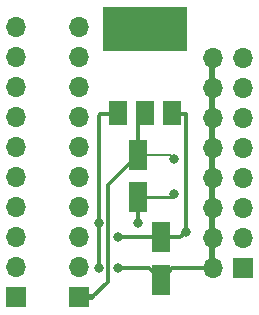
<source format=gbr>
%TF.GenerationSoftware,KiCad,Pcbnew,(6.99.0-1006-g2560c8f31b)*%
%TF.CreationDate,2022-03-06T10:16:36+01:00*%
%TF.ProjectId,freeDSP-aurora-expansion-port-extender,66726565-4453-4502-9d61-75726f72612d,rev?*%
%TF.SameCoordinates,Original*%
%TF.FileFunction,Copper,L1,Top*%
%TF.FilePolarity,Positive*%
%FSLAX46Y46*%
G04 Gerber Fmt 4.6, Leading zero omitted, Abs format (unit mm)*
G04 Created by KiCad (PCBNEW (6.99.0-1006-g2560c8f31b)) date 2022-03-06 10:16:36*
%MOMM*%
%LPD*%
G01*
G04 APERTURE LIST*
G04 Aperture macros list*
%AMRoundRect*
0 Rectangle with rounded corners*
0 $1 Rounding radius*
0 $2 $3 $4 $5 $6 $7 $8 $9 X,Y pos of 4 corners*
0 Add a 4 corners polygon primitive as box body*
4,1,4,$2,$3,$4,$5,$6,$7,$8,$9,$2,$3,0*
0 Add four circle primitives for the rounded corners*
1,1,$1+$1,$2,$3*
1,1,$1+$1,$4,$5*
1,1,$1+$1,$6,$7*
1,1,$1+$1,$8,$9*
0 Add four rect primitives between the rounded corners*
20,1,$1+$1,$2,$3,$4,$5,0*
20,1,$1+$1,$4,$5,$6,$7,0*
20,1,$1+$1,$6,$7,$8,$9,0*
20,1,$1+$1,$8,$9,$2,$3,0*%
G04 Aperture macros list end*
%TA.AperFunction,ComponentPad*%
%ADD10R,1.700000X1.700000*%
%TD*%
%TA.AperFunction,ComponentPad*%
%ADD11O,1.700000X1.700000*%
%TD*%
%TA.AperFunction,SMDPad,CuDef*%
%ADD12R,3.800000X2.000000*%
%TD*%
%TA.AperFunction,SMDPad,CuDef*%
%ADD13RoundRect,0.249600X-0.550400X1.050400X-0.550400X-1.050400X0.550400X-1.050400X0.550400X1.050400X0*%
%TD*%
%TA.AperFunction,SMDPad,CuDef*%
%ADD14RoundRect,0.250000X-0.550000X1.050000X-0.550000X-1.050000X0.550000X-1.050000X0.550000X1.050000X0*%
%TD*%
%TA.AperFunction,SMDPad,CuDef*%
%ADD15R,1.500000X2.000000*%
%TD*%
%TA.AperFunction,ViaPad*%
%ADD16C,0.800000*%
%TD*%
%TA.AperFunction,Conductor*%
%ADD17C,0.350000*%
%TD*%
%TA.AperFunction,Conductor*%
%ADD18C,0.250000*%
%TD*%
%TA.AperFunction,Conductor*%
%ADD19C,0.500000*%
%TD*%
%TA.AperFunction,Conductor*%
%ADD20C,0.200000*%
%TD*%
G04 APERTURE END LIST*
D10*
%TO.P,J4,0*%
%TO.N,+3V3*%
X144376999Y-99089999D03*
D11*
%TO.P,J4,1*%
%TO.N,GND*%
X144376999Y-96549999D03*
%TO.P,J4,2*%
%TO.N,+12V*%
X144376999Y-94009999D03*
%TO.P,J4,3*%
%TO.N,MDI:3*%
X144376999Y-91469999D03*
%TO.P,J4,4*%
%TO.N,MDO:3*%
X144376999Y-88929999D03*
%TO.P,J4,5*%
%TO.N,BCLK:3*%
X144376999Y-86389999D03*
%TO.P,J4,6*%
%TO.N,LRCK:3*%
X144376999Y-83849999D03*
%TO.P,J4,7*%
%TO.N,SDA*%
X144376999Y-81309999D03*
%TO.P,J4,8*%
%TO.N,SCL*%
X144376999Y-78769999D03*
%TO.P,J4,9*%
%TO.N,MCLK*%
X144376999Y-76229999D03*
%TD*%
D12*
%TO.P,,2*%
%TO.N,N/C*%
X151641399Y-75493399D03*
%TD*%
D13*
%TO.P,C2,1*%
%TO.N,+3V3*%
X149355400Y-87028400D03*
%TO.P,C2,2*%
%TO.N,GND*%
X149355400Y-90628400D03*
%TD*%
D14*
%TO.P,C1,1*%
%TO.N,+12V*%
X151260400Y-94010000D03*
%TO.P,C1,2*%
%TO.N,GND*%
X151260400Y-97610000D03*
%TD*%
D12*
%TO.P,,2*%
%TO.N,N/C*%
X151641399Y-77195199D03*
%TD*%
D10*
%TO.P,J4,0*%
%TO.N,+3V3*%
X139042999Y-99084999D03*
D11*
%TO.P,J4,1*%
%TO.N,GND*%
X139042999Y-96544999D03*
%TO.P,J4,2*%
%TO.N,+12V*%
X139042999Y-94004999D03*
%TO.P,J4,3*%
%TO.N,MDI:3*%
X139042999Y-91464999D03*
%TO.P,J4,4*%
%TO.N,MDO:3*%
X139042999Y-88924999D03*
%TO.P,J4,5*%
%TO.N,BCLK:3*%
X139042999Y-86384999D03*
%TO.P,J4,6*%
%TO.N,LRCK:3*%
X139042999Y-83844999D03*
%TO.P,J4,7*%
%TO.N,SDA*%
X139042999Y-81304999D03*
%TO.P,J4,8*%
%TO.N,SCL*%
X139042999Y-78764999D03*
%TO.P,J4,9*%
%TO.N,MCLK*%
X139042999Y-76224999D03*
%TD*%
D15*
%TO.P,U1,1*%
%TO.N,GND*%
X147664999Y-83495199D03*
%TO.P,U1,2*%
%TO.N,+3V3*%
X149964999Y-83495199D03*
D12*
%TO.N,N/C*%
X149964999Y-77195199D03*
D15*
%TO.P,U1,3*%
%TO.N,+12V*%
X152264999Y-83495199D03*
%TD*%
D12*
%TO.P,,2*%
%TO.N,N/C*%
X148288599Y-75493399D03*
%TD*%
%TO.P,,2*%
%TO.N,N/C*%
X148288599Y-77195199D03*
%TD*%
D10*
%TO.P,J2,1*%
%TO.N,+12V*%
X158219999Y-96626199D03*
D11*
%TO.P,J2,2*%
%TO.N,GND*%
X155679999Y-96626199D03*
%TO.P,J2,3*%
%TO.N,MDI:3*%
X158219999Y-94086199D03*
%TO.P,J2,4*%
%TO.N,GND*%
X155679999Y-94086199D03*
%TO.P,J2,5*%
%TO.N,MDO:3*%
X158219999Y-91546199D03*
%TO.P,J2,6*%
%TO.N,GND*%
X155679999Y-91546199D03*
%TO.P,J2,7*%
%TO.N,BCLK:3*%
X158219999Y-89006199D03*
%TO.P,J2,8*%
%TO.N,GND*%
X155679999Y-89006199D03*
%TO.P,J2,9*%
%TO.N,LRCK:3*%
X158219999Y-86466199D03*
%TO.P,J2,10*%
%TO.N,GND*%
X155679999Y-86466199D03*
%TO.P,J2,11*%
%TO.N,SDA*%
X158219999Y-83926199D03*
%TO.P,J2,12*%
%TO.N,GND*%
X155679999Y-83926199D03*
%TO.P,J2,13*%
%TO.N,SCL*%
X158219999Y-81386199D03*
%TO.P,J2,14*%
%TO.N,GND*%
X155679999Y-81386199D03*
%TO.P,J2,15*%
%TO.N,MCLK*%
X158219999Y-78846199D03*
%TO.P,J2,16*%
%TO.N,GND*%
X155679999Y-78846199D03*
%TD*%
D16*
%TO.N,*%
X153089200Y-74985400D03*
X152327200Y-75544200D03*
X149965000Y-74960000D03*
X147602800Y-75442600D03*
X148390200Y-74985400D03*
X149152200Y-75468000D03*
X150727000Y-75493400D03*
X151489000Y-74960000D03*
X146815400Y-74960000D03*
%TO.N,GND*%
X147653600Y-96626200D03*
X149355400Y-92790800D03*
X146053400Y-96626200D03*
X146053400Y-92790800D03*
X152428800Y-90327000D03*
%TO.N,+12V*%
X153419400Y-93527400D03*
X147653600Y-94010000D03*
%TO.N,+3V3*%
X152403400Y-87355200D03*
%TD*%
D17*
%TO.N,GND*%
X150276600Y-96626200D02*
X151260400Y-97610000D01*
D18*
X152428800Y-90327000D02*
X152127400Y-90628400D01*
D17*
X146053400Y-96626200D02*
X146053400Y-92790800D01*
X146053400Y-83697600D02*
X146154600Y-83596400D01*
D18*
X152127400Y-90628400D02*
X149355400Y-90628400D01*
D19*
X155651200Y-81295000D02*
X155651200Y-83835000D01*
X155651200Y-93995000D02*
X155651200Y-96535000D01*
D17*
X152244200Y-96626200D02*
X151260400Y-97610000D01*
X149355400Y-92790800D02*
X149355400Y-90628400D01*
D20*
X147690400Y-83596400D02*
X147690400Y-83582800D01*
D17*
X146053400Y-92790800D02*
X146053400Y-83697600D01*
D19*
X155651200Y-88915000D02*
X155651200Y-91455000D01*
X155651200Y-86375000D02*
X155651200Y-88915000D01*
X155651200Y-91455000D02*
X155651200Y-93995000D01*
D17*
X155680000Y-96626200D02*
X152244200Y-96626200D01*
X147653600Y-96626200D02*
X150276600Y-96626200D01*
X146154600Y-83596400D02*
X147690400Y-83596400D01*
D19*
X155651200Y-83835000D02*
X155651200Y-86375000D01*
X155651200Y-78755000D02*
X155651200Y-81295000D01*
D17*
%TO.N,+12V*%
X151260400Y-94010000D02*
X152936800Y-94010000D01*
X153419400Y-93527400D02*
X153419400Y-83621400D01*
X153419400Y-83621400D02*
X153394400Y-83596400D01*
X152936800Y-94010000D02*
X153419400Y-93527400D01*
X153394400Y-83596400D02*
X152290400Y-83596400D01*
X151260400Y-94010000D02*
X147653600Y-94010000D01*
D20*
%TO.N,+3V3*%
X149355400Y-87028400D02*
X148889089Y-87494711D01*
X152076600Y-87028400D02*
X152403400Y-87355200D01*
D17*
X145494600Y-99090000D02*
X146827911Y-97756689D01*
D20*
X149990400Y-86393400D02*
X149355400Y-87028400D01*
D17*
X146827911Y-89555889D02*
X149355400Y-87028400D01*
X149355400Y-87028400D02*
X149355400Y-84104800D01*
D20*
X149355400Y-87028400D02*
X152076600Y-87028400D01*
D17*
X146827911Y-97756689D02*
X146827911Y-89555889D01*
D19*
X144377000Y-99090000D02*
X145494600Y-99090000D01*
D17*
X149355400Y-84104800D02*
X149965000Y-83495200D01*
D20*
%TO.N,MCLK*%
X158218200Y-78782000D02*
X158191200Y-78755000D01*
X158220000Y-78846200D02*
X158220000Y-79455800D01*
D19*
X139048000Y-76230000D02*
X139043000Y-76225000D01*
%TD*%
M02*

</source>
